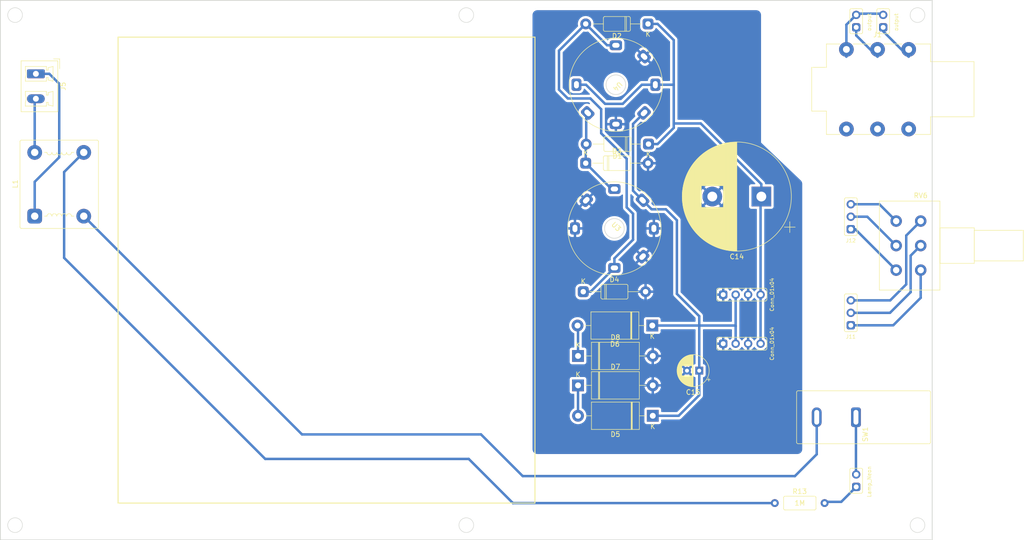
<source format=kicad_pcb>
(kicad_pcb (version 20211014) (generator pcbnew)
  (layers (0 "F.Cu" signal) (31 "B.Cu" signal) (34 "B.Paste" user) (35 "F.Paste" user) (36 "B.SilkS" user "B.Silkscreen") (37 "F.SilkS" user "F.Silkscreen") (38 "B.Mask" user) (39 "F.Mask" user) (44 "Edge.Cuts" user))
  (net 0 "")
  (net 1 "GND")
  (net 2 "240V")
  (net 3 "+6V")
  (net 4 "240_2")
  (net 5 "240_1")
  (net 6 "Net-(D5-Pad2)")
  (net 7 "Net-(D6-Pad2)")
  (net 8 "Net-(J5-Pad1)")
  (net 9 "Net-(J5-Pad2)")
  (net 10 "Net-(T2-Pad2)")
  (net 11 "Net-(NE1-Pad1)")
  (net 12 "Net-(J1-PadR)")
  (net 13 "Net-(J1-PadS)")
  (net 14 "Net-(L1-Pad2)")
  (net 15 "Net-(NE1-Pad2)")
  (net 16 "Net-(J11-Pad1)")
  (net 17 "Net-(J11-Pad2)")
  (net 18 "Net-(J11-Pad3)")
  (net 19 "Net-(J12-Pad1)")
  (net 20 "Net-(J12-Pad2)")
  (net 21 "Net-(J12-Pad3)")
  (footprint "spdf1626_lib:7-pin_tube_socket" (layer "F.Cu") (at 175.2 66.5 -45)
    (fp_text reference "U3" (at 0 -0.5 -45 unlocked) (layer "F.SilkS"))
    (fp_text value "6H2P")
    (fp_circle (center 0 0) (end 2 0) (layer "Edge.Cuts") (width 0.12) (fill none))
    (pad "1" thru_hole roundrect (at 5.6875 5.6875) (size 2.5 2) (drill oval 1.5 1) (layers *.Cu *.Mask) (net 5 "240_1"))
    (pad "2" thru_hole roundrect (at 8.125 0 45) (size 2.5 2) (drill oval 1.5 1) (layers *.Cu *.Mask) (net 1 "GND"))
    (pad "3" thru_hole roundrect (at 5.6875 -5.6875 90) (size 2.5 2) (drill oval 1.5 1) (layers *.Cu *.Mask) (net 1 "GND"))
    (pad "4" thru_hole roundrect (at 0 -8.125 315) (size 2.5 2) (drill oval 1.5 1) (layers *.Cu *.Mask) (net 3 "+6V"))
    (pad "5" thru_hole roundrect (at -5.6875 -5.6875) (size 2.5 2) (drill oval 1.5 1) (layers *.Cu *.Mask) (net 4 "240_2"))
    (pad "6" thru_hole roundrect (at -8.125 0 45) (size 2.5 2) (drill oval 1.5 1) (layers *.Cu *.Mask) (net 1 "GND"))
    (pad "7" thru_hole roundrect (at -5.6875 5.6875 90) (size 2.5 2) (drill oval 1.5 1) (layers *.Cu *.Mask) (net 1 "GND"))
  )
  (footprint "Potentiometer_THT:Potentiometer_Alps_RK163_Dual_Horizontal" (layer "F.Cu") (at 237.65 75)
    (fp_text reference "RV6" (at 0 -15.2) (layer "F.SilkS"))
    (fp_text value "R_Potentiometer_Dual")
    (pad "1" thru_hole circle (at 0 0) (size 2.34 2.34) (drill 1.3) (layers *.Cu *.Mask) (net 16 "Net-(J11-Pad1)"))
    (pad "2" thru_hole circle (at 0 -5) (size 2.34 2.34) (drill 1.3) (layers *.Cu *.Mask) (net 17 "Net-(J11-Pad2)"))
    (pad "3" thru_hole circle (at 0 -10) (size 2.34 2.34) (drill 1.3) (layers *.Cu *.Mask) (net 18 "Net-(J11-Pad3)"))
    (pad "4" thru_hole circle (at -5 0) (size 2.34 2.34) (drill 1.3) (layers *.Cu *.Mask) (net 19 "Net-(J12-Pad1)"))
    (pad "5" thru_hole circle (at -5 -5) (size 2.34 2.34) (drill 1.3) (layers *.Cu *.Mask) (net 20 "Net-(J12-Pad2)"))
    (pad "6" thru_hole circle (at -5 -10) (size 2.34 2.34) (drill 1.3) (layers *.Cu *.Mask) (net 21 "Net-(J12-Pad3)"))
  )
  (footprint "Diode_THT:D_DO-27_P15.24mm_Horizontal" (layer "F.Cu") (at 167.78 92.5)
    (fp_text reference "D8" (at 7.62 -3.785) (layer "F.SilkS"))
    (fp_text value "10A10")
    (fp_text user "K" (at 0 -2.2) (layer "F.SilkS"))
    (pad "1" thru_hole rect (at 0 0) (size 2.4 2.4) (drill 1.2) (layers *.Cu *.Mask) (net 7 "Net-(D6-Pad2)"))
    (pad "2" thru_hole oval (at 15.24 0) (size 2.4 2.4) (drill 1.2) (layers *.Cu *.Mask) (net 1 "GND"))
  )
  (footprint "spdf1626_lib:R_THT_025W" (layer "F.Cu") (at 207.9 122.5)
    (fp_text reference "R13" (at 5.08 -2.37) (layer "F.SilkS"))
    (fp_text value "1M" (at 5.1 0) (layer "F.SilkS"))
    (pad "1" thru_hole circle (at 0 0) (size 1.6 1.6) (drill 0.8) (layers *.Cu *.Mask) (net 10 "Net-(T2-Pad2)"))
    (pad "2" thru_hole oval (at 10.16 0) (size 1.6 1.6) (drill 0.8) (layers *.Cu *.Mask) (net 11 "Net-(NE1-Pad1)"))
  )
  (footprint "Capacitor_THT:CP_Radial_D6.3mm_P2.50mm" (layer "F.Cu") (at 192.5 95.5 180)
    (fp_text reference "C15" (at 1.25 -4.4) (layer "F.SilkS"))
    (fp_text value "100uF_10V")
    (pad "1" thru_hole rect (at 0 0 180) (size 1.6 1.6) (drill 0.8) (layers *.Cu *.Mask) (net 3 "+6V"))
    (pad "2" thru_hole circle (at 2.5 0 180) (size 1.6 1.6) (drill 0.8) (layers *.Cu *.Mask) (net 1 "GND"))
  )
  (footprint "Diode_THT:D_DO-27_P15.24mm_Horizontal" (layer "F.Cu") (at 167.78 98.5)
    (fp_text reference "D7" (at 7.62 -3.785) (layer "F.SilkS"))
    (fp_text value "10A10")
    (fp_text user "K" (at 0 -2.2) (layer "F.SilkS"))
    (pad "1" thru_hole rect (at 0 0) (size 2.4 2.4) (drill 1.2) (layers *.Cu *.Mask) (net 6 "Net-(D5-Pad2)"))
    (pad "2" thru_hole oval (at 15.24 0) (size 2.4 2.4) (drill 1.2) (layers *.Cu *.Mask) (net 1 "GND"))
  )
  (footprint "Capacitor_THT:CP_Radial_D22.0mm_P10.00mm_SnapIn" (layer "F.Cu") (at 205.157832 60 180)
    (fp_text reference "C14" (at 5 -12.25) (layer "F.SilkS"))
    (fp_text value "100uF")
    (pad "1" thru_hole rect (at 0 0 180) (size 4 4) (drill 2) (layers *.Cu *.Mask) (net 2 "240V"))
    (pad "2" thru_hole circle (at 10 0 180) (size 4 4) (drill 2) (layers *.Cu *.Mask) (net 1 "GND"))
  )
  (footprint "spdf1626_lib:PinHeader_1x03_P2.54mm" (layer "F.Cu") (at 223.4 66.65 180)
    (fp_text reference "J12" (at 0 -2.33) (layer "F.SilkS") (effects (font (size 0.75 0.75) (thickness 0.12))))
    (fp_text value "Conn_01x03")
    (pad "1" thru_hole roundrect (at 0 0 180) (size 1.7 1.7) (drill 1) (layers *.Cu *.Mask) (net 19 "Net-(J12-Pad1)"))
    (pad "2" thru_hole oval (at 0 2.54 180) (size 1.7 1.7) (drill 1) (layers *.Cu *.Mask) (net 20 "Net-(J12-Pad2)"))
    (pad "3" thru_hole oval (at 0 5.08 180) (size 1.7 1.7) (drill 1) (layers *.Cu *.Mask) (net 21 "Net-(J12-Pad3)"))
  )
  (footprint "spdf1626_lib:7-pin_tube_socket" (layer "F.Cu") (at 175.5 37.2 -135)
    (fp_text reference "U4" (at 0 -0.5 -135 unlocked) (layer "F.SilkS"))
    (fp_text value "6H2P")
    (fp_circle (center 0 0) (end 2 0) (layer "Edge.Cuts") (width 0.12) (fill none))
    (pad "1" thru_hole roundrect (at 5.6875 5.6875 270) (size 2.5 2) (drill oval 1.5 1) (layers *.Cu *.Mask) (net 2 "240V"))
    (pad "2" thru_hole roundrect (at 8.125 0 315) (size 2.5 2) (drill oval 1.5 1) (layers *.Cu *.Mask) (net 4 "240_2"))
    (pad "3" thru_hole roundrect (at 5.6875 -5.6875) (size 2.5 2) (drill oval 1.5 1) (layers *.Cu *.Mask) (net 1 "GND"))
    (pad "4" thru_hole roundrect (at 0 -8.125 225) (size 2.5 2) (drill oval 1.5 1) (layers *.Cu *.Mask) (net 3 "+6V"))
    (pad "5" thru_hole roundrect (at -5.6875 -5.6875 270) (size 2.5 2) (drill oval 1.5 1) (layers *.Cu *.Mask) (net 2 "240V"))
    (pad "6" thru_hole roundrect (at -8.125 0 315) (size 2.5 2) (drill oval 1.5 1) (layers *.Cu *.Mask) (net 1 "GND"))
    (pad "7" thru_hole roundrect (at -5.6875 5.6875) (size 2.5 2) (drill oval 1.5 1) (layers *.Cu *.Mask) (net 5 "240_1"))
  )
  (footprint "spdf1626_lib:L_THT_PLA10" (layer "F.Cu") (at 62 57.5 90)
    (fp_text reference "L1" (at 0.072 -8.95 90) (layer "F.SilkS"))
    (fp_text value "L_Coupled")
    (pad "1" thru_hole roundrect (at -6.5 -5 90) (size 3 3) (drill 1.5) (layers *.Cu *.Mask) (net 8 "Net-(J5-Pad1)"))
    (pad "2" thru_hole circle (at -6.5 5 90) (size 3 3) (drill 1.5) (layers *.Cu *.Mask) (net 14 "Net-(L1-Pad2)"))
    (pad "3" thru_hole circle (at 6.5 5 90) (size 3 3) (drill 1.5) (layers *.Cu *.Mask) (net 10 "Net-(T2-Pad2)"))
    (pad "4" thru_hole circle (at 6.5 -5 90) (size 3 3) (drill 1.5) (layers *.Cu *.Mask) (net 9 "Net-(J5-Pad2)"))
  )
  (footprint "Connector_Phoenix_MC_HighVoltage:PhoenixContact_MCV_1,5_2-G-5.08_1x02_P5.08mm_Vertical" (layer "F.Cu") (at 57.2425 34.9775 -90)
    (fp_text reference "J5" (at 2.54 -5.55 90) (layer "F.SilkS"))
    (fp_text value "220V")
    (pad "1" thru_hole roundrect (at 0 0 270) (size 1.8 3.6) (drill 1.2) (layers *.Cu *.Mask) (roundrect_rratio 0.138889) (net 8 "Net-(J5-Pad1)"))
    (pad "2" thru_hole oval (at 5.08 0 270) (size 1.8 3.6) (drill 1.2) (layers *.Cu *.Mask) (net 9 "Net-(J5-Pad2)"))
  )
  (footprint "spdf1626_lib:PinHeader_1x04_P2.54mm" (layer "F.Cu") (at 197.38 80 90)
    (fp_text reference "J3")
    (fp_text value "Conn_01x04" (at 0 9.95 90) (layer "F.SilkS") (effects (font (size 0.75 0.75) (thickness 0.12))))
    (pad "1" thru_hole roundrect (at 0 0 90) (size 1.7 1.7) (drill 1) (layers *.Cu *.Mask) (net 1 "GND"))
    (pad "2" thru_hole oval (at 0 2.54 90) (size 1.7 1.7) (drill 1) (layers *.Cu *.Mask) (net 3 "+6V"))
    (pad "3" thru_hole oval (at 0 5.08 90) (size 1.7 1.7) (drill 1) (layers *.Cu *.Mask) (net 1 "GND"))
    (pad "4" thru_hole oval (at 0 7.62 90) (size 1.7 1.7) (drill 1) (layers *.Cu *.Mask) (net 2 "240V"))
  )
  (footprint "spdf1626_lib:D_DO-41" (layer "F.Cu") (at 169.35 53.2)
    (fp_text reference "D3" (at 6.35 -2.47) (layer "F.SilkS"))
    (fp_text value "1n4007")
    (fp_text user "K" (at 0 -2.1) (layer "F.SilkS"))
    (pad "1" thru_hole roundrect (at 0 0) (size 2.2 2.2) (drill 1.1) (layers *.Cu *.Mask) (net 4 "240_2"))
    (pad "2" thru_hole oval (at 12.7 0) (size 2.2 2.2) (drill 1.1) (layers *.Cu *.Mask) (net 1 "GND"))
  )
  (footprint "spdf1626_lib:D_DO-41" (layer "F.Cu") (at 182.15 49.3 180)
    (fp_text reference "D1" (at 6.35 -2.47) (layer "F.SilkS"))
    (fp_text value "1n4007")
    (fp_text user "K" (at 0 -2.1) (layer "F.SilkS"))
    (pad "1" thru_hole roundrect (at 0 0 180) (size 2.2 2.2) (drill 1.1) (layers *.Cu *.Mask) (net 2 "240V"))
    (pad "2" thru_hole oval (at 12.7 0 180) (size 2.2 2.2) (drill 1.1) (layers *.Cu *.Mask) (net 4 "240_2"))
  )
  (footprint "spdf1626_lib:PinHeader_1x02_P2.54mm" (layer "F.Cu") (at 224.5 25.5 180)
    (fp_text reference "J10" hide)
    (fp_text value "output" (at -2.66 1.05 90) (layer "F.SilkS") (effects (font (size 0.75 0.75) (thickness 0.12))))
    (pad "1" thru_hole roundrect (at 0 0 180) (size 1.7 1.7) (drill 1) (layers *.Cu *.Mask) (net 12 "Net-(J1-PadR)"))
    (pad "2" thru_hole oval (at 0 2.54 180) (size 1.7 1.7) (drill 1) (layers *.Cu *.Mask) (net 1 "GND"))
  )
  (footprint "spdf1626_lib:D_DO-41" (layer "F.Cu") (at 168.85 79.4)
    (fp_text reference "D4" (at 6.35 -2.47) (layer "F.SilkS"))
    (fp_text value "1n4007")
    (fp_text user "K" (at 0 -2.1) (layer "F.SilkS"))
    (pad "1" thru_hole roundrect (at 0 0) (size 2.2 2.2) (drill 1.1) (layers *.Cu *.Mask) (net 5 "240_1"))
    (pad "2" thru_hole oval (at 12.7 0) (size 2.2 2.2) (drill 1.1) (layers *.Cu *.Mask) (net 1 "GND"))
  )
  (footprint "Button_Switch_THT:SW_Push_1P2T_Vertical_E-Switch_800UDP8P1A1M6" (layer "F.Cu") (at 224.449999 105 -90)
    (fp_text reference "SW1" (at 3.48 -1.91 90) (layer "F.SilkS"))
    (fp_text value "SW_Push")
    (pad "1" thru_hole roundrect (at 0 0 90) (size 4 2) (drill oval 3 1) (layers *.Cu *.Mask) (net 15 "Net-(NE1-Pad2)"))
    (pad "2" thru_hole oval (at 0 8 90) (size 4 2) (drill oval 3 1) (layers *.Cu *.Mask) (net 14 "Net-(L1-Pad2)"))
  )
  (footprint "spdf1626_lib:PinHeader_1x02_P2.54mm" (layer "F.Cu") (at 230 25.5 180)
    (fp_text reference "J9" hide)
    (fp_text value "output" (at -2.66 1.05 90) (layer "F.SilkS") (effects (font (size 0.75 0.75) (thickness 0.12))))
    (pad "1" thru_hole roundrect (at 0 0 180) (size 1.7 1.7) (drill 1) (layers *.Cu *.Mask) (net 13 "Net-(J1-PadS)"))
    (pad "2" thru_hole oval (at 0 2.54 180) (size 1.7 1.7) (drill 1) (layers *.Cu *.Mask) (net 1 "GND"))
  )
  (footprint "Diode_THT:D_DO-27_P15.24mm_Horizontal" (layer "F.Cu") (at 182.92 86.3 180)
    (fp_text reference "D6" (at 7.62 -3.785) (layer "F.SilkS"))
    (fp_text value "10A10")
    (fp_text user "K" (at 0 -2.2) (layer "F.SilkS"))
    (pad "1" thru_hole rect (at 0 0 180) (size 2.4 2.4) (drill 1.2) (layers *.Cu *.Mask) (net 3 "+6V"))
    (pad "2" thru_hole oval (at 15.24 0 180) (size 2.4 2.4) (drill 1.2) (layers *.Cu *.Mask) (net 7 "Net-(D6-Pad2)"))
  )
  (footprint "Connector_Audio:Jack_6.35mm_Neutrik_NMJ6HHD2_Horizontal" (layer "F.Cu") (at 222.5 30)
    (fp_text reference "J1" (at 6.35 -3) (layer "F.SilkS"))
    (fp_text value "AudioJack3")
    (pad "R" thru_hole circle (at 6.35 0) (size 3 3) (drill 1.4) (layers *.Cu *.Mask) (net 12 "Net-(J1-PadR)"))
    (pad "RN" thru_hole circle (at 6.35 16.23) (size 3 3) (drill 1.4) (layers *.Cu *.Mask))
    (pad "S" thru_hole circle (at 12.7 0) (size 3 3) (drill 1.4) (layers *.Cu *.Mask) (net 13 "Net-(J1-PadS)"))
    (pad "SN" thru_hole circle (at 12.7 16.23) (size 3 3) (drill 1.4) (layers *.Cu *.Mask))
    (pad "T" thru_hole circle (at 0 0) (size 3 3) (drill 1.4) (layers *.Cu *.Mask) (net 1 "GND"))
    (pad "TN" thru_hole circle (at 0 16.23) (size 3 3) (drill 1.4) (layers *.Cu *.Mask))
  )
  (footprint "spdf1626_lib:PinHeader_1x02_P2.54mm" (layer "F.Cu") (at 224.5 119.2 180)
    (fp_text reference "NE1" hide)
    (fp_text value "Lamp_Neon" (at -2.66 1.05 90) (layer "F.SilkS") (effects (font (size 0.75 0.75) (thickness 0.12))))
    (pad "1" thru_hole roundrect (at 0 0 180) (size 1.7 1.7) (drill 1) (layers *.Cu *.Mask) (net 11 "Net-(NE1-Pad1)"))
    (pad "2" thru_hole oval (at 0 2.54 180) (size 1.7 1.7) (drill 1) (layers *.Cu *.Mask) (net 15 "Net-(NE1-Pad2)"))
  )
  (footprint "spdf1626_lib:D_DO-41" (layer "F.Cu") (at 182.05 24.8 180)
    (fp_text reference "D2" (at 6.35 -2.47) (layer "F.SilkS"))
    (fp_text value "1n4007")
    (fp_text user "K" (at 0 -2.1) (layer "F.SilkS"))
    (pad "1" thru_hole roundrect (at 0 0 180) (size 2.2 2.2) (drill 1.1) (layers *.Cu *.Mask) (net 2 "240V"))
    (pad "2" thru_hole oval (at 12.7 0 180) (size 2.2 2.2) (drill 1.1) (layers *.Cu *.Mask) (net 5 "240_1"))
  )
  (footprint "Diode_THT:D_DO-27_P15.24mm_Horizontal" (layer "F.Cu") (at 183.02 104.7 180)
    (fp_text reference "D5" (at 7.62 -3.785) (layer "F.SilkS"))
    (fp_text value "10A10")
    (fp_text user "K" (at 0 -2.2) (layer "F.SilkS"))
    (pad "1" thru_hole rect (at 0 0 180) (size 2.4 2.4) (drill 1.2) (layers *.Cu *.Mask) (net 3 "+6V"))
    (pad "2" thru_hole oval (at 15.24 0 180) (size 2.4 2.4) (drill 1.2) (layers *.Cu *.Mask) (net 6 "Net-(D5-Pad2)"))
  )
  (footprint "spdf1626_lib:PinHeader_1x03_P2.54mm" (layer "F.Cu") (at 223.4 86.25 180)
    (fp_text reference "J11" (at 0 -2.33) (layer "F.SilkS") (effects (font (size 0.75 0.75) (thickness 0.12))))
    (fp_text value "Conn_01x03")
    (pad "1" thru_hole roundrect (at 0 0 180) (size 1.7 1.7) (drill 1) (layers *.Cu *.Mask) (net 16 "Net-(J11-Pad1)"))
    (pad "2" thru_hole oval (at 0 2.54 180) (size 1.7 1.7) (drill 1) (layers *.Cu *.Mask) (net 17 "Net-(J11-Pad2)"))
    (pad "3" thru_hole oval (at 0 5.08 180) (size 1.7 1.7) (drill 1) (layers *.Cu *.Mask) (net 18 "Net-(J11-Pad3)"))
  )
  (footprint "spdf1626_lib:PinHeader_1x04_P2.54mm" (layer "F.Cu") (at 197.38 90 90)
    (fp_text reference "J7")
    (fp_text value "Conn_01x04" (at 0 9.95 90) (layer "F.SilkS") (effects (font (size 0.75 0.75) (thickness 0.12))))
    (pad "1" thru_hole roundrect (at 0 0 90) (size 1.7 1.7) (drill 1) (layers *.Cu *.Mask) (net 1 "GND"))
    (pad "2" thru_hole oval (at 0 2.54 90) (size 1.7 1.7) (drill 1) (layers *.Cu *.Mask) (net 3 "+6V"))
    (pad "3" thru_hole oval (at 0 5.08 90) (size 1.7 1.7) (drill 1) (layers *.Cu *.Mask) (net 1 "GND"))
    (pad "4" thru_hole oval (at 0 7.62 90) (size 1.7 1.7) (drill 1) (layers *.Cu *.Mask) (net 2 "240V"))
  )
  (gr_line (start 74 27.5) (end 159 27.5) (layer "F.SilkS") (width 0.2))
  (gr_line (start 159 27.5) (end 159 122.5) (layer "F.SilkS") (width 0.2))
  (gr_line (start 159 122.5) (end 74 122.5) (layer "F.SilkS") (width 0.2))
  (gr_line (start 74 27.5) (end 74 122.5) (layer "F.SilkS") (width 0.2))
  (gr_line (start 50 130) (end 50 20) (layer "Edge.Cuts") (width 0.15))
  (gr_circle (center 145 23) (end 145 21.5) (layer "Edge.Cuts") (width 0.1) (fill none))
  (gr_circle (center 53 23) (end 53 21.5) (layer "Edge.Cuts") (width 0.1) (fill none))
  (gr_line (start 240 20) (end 240 130) (layer "Edge.Cuts") (width 0.15))
  (gr_line (start 240 130) (end 50 130) (layer "Edge.Cuts") (width 0.15))
  (gr_circle (center 145 127) (end 145 128.5) (layer "Edge.Cuts") (width 0.1) (fill none))
  (gr_circle (center 237 23) (end 237 21.5) (layer "Edge.Cuts") (width 0.1) (fill none))
  (gr_circle (center 237 127) (end 237 128.5) (layer "Edge.Cuts") (width 0.1) (fill none))
  (gr_line (start 50 20) (end 240 20) (layer "Edge.Cuts") (width 0.15))
  (gr_circle (center 53 127) (end 53 128.5) (layer "Edge.Cuts") (width 0.1) (fill none))
  (segment (start 229.749999 22.709999) (end 224.750001 22.709999) (width 0.5) (layer "B.Cu") (net 1))
  (segment (start 230 22.96) (end 229.749999 22.709999) (width 0.5) (layer "B.Cu") (net 1))
  (segment (start 222.5 24.96) (end 222.5 31.5) (width 0.5) (layer "B.Cu") (net 1))
  (segment (start 224.5 22.96) (end 222.5 24.96) (width 0.5) (layer "B.Cu") (net 1))
  (segment (start 183.02 98.5) (end 183.02 92.5) (width 0.5) (layer "B.Cu") (net 1))
  (segment (start 224.750001 22.709999) (end 224.5 22.96) (width 0.5) (layer "B.Cu") (net 1))
  (segment (start 187.3 46) (end 187.3 45.1) (width 0.5) (layer "B.Cu") (net 2))
  (segment (start 205 80) (end 205 60.157832) (width 0.5) (layer "B.Cu") (net 2))
  (segment (start 169.4 37.2) (end 173.3 41.1) (width 0.5) (layer "B.Cu") (net 2))
  (segment (start 184 49.3) (end 187.3 46) (width 0.5) (layer "B.Cu") (net 2))
  (segment (start 173.3 41.1) (end 176.9 41.1) (width 0.5) (layer "B.Cu") (net 2))
  (segment (start 205 90) (end 205 80) (width 0.5) (layer "B.Cu") (net 2))
  (segment (start 167.45666 37.2) (end 169.4 37.2) (width 0.5) (layer "B.Cu") (net 2))
  (segment (start 176.9 41.1) (end 180.8 37.2) (width 0.5) (layer "B.Cu") (net 2))
  (segment (start 187.3 37.2) (end 187.3 28.1) (width 0.5) (layer "B.Cu") (net 2))
  (segment (start 182.15 49.3) (end 184 49.3) (width 0.5) (layer "B.Cu") (net 2))
  (segment (start 205 60.157832) (end 205.157832 60) (width 0.5) (layer "B.Cu") (net 2))
  (segment (start 187.3 45.1) (end 187.3 37.2) (width 0.5) (layer "B.Cu") (net 2))
  (segment (start 184 24.8) (end 182.05 24.8) (width 0.5) (layer "B.Cu") (net 2))
  (segment (start 192.8 45.1) (end 187.3 45.1) (width 0.5) (layer "B.Cu") (net 2))
  (segment (start 187.3 28.1) (end 184 24.8) (width 0.5) (layer "B.Cu") (net 2))
  (segment (start 183.54334 37.2) (end 187.3 37.2) (width 0.5) (layer "B.Cu") (net 2))
  (segment (start 180.8 37.2) (end 183.54334 37.2) (width 0.5) (layer "B.Cu") (net 2))
  (segment (start 205.157832 60) (end 205.157832 57.457832) (width 0.5) (layer "B.Cu") (net 2))
  (segment (start 205.157832 57.457832) (end 192.8 45.1) (width 0.5) (layer "B.Cu") (net 2))
  (segment (start 199.92 86.42) (end 199.92 90) (width 0.5) (layer "B.Cu") (net 3))
  (segment (start 188.3 104.7) (end 192.5 100.5) (width 0.5) (layer "B.Cu") (net 3))
  (segment (start 180.945243 60.754757) (end 182.790486 62.6) (width 0.5) (layer "B.Cu") (net 3))
  (segment (start 192.5 86.3) (end 192.5 95.5) (width 0.5) (layer "B.Cu") (net 3))
  (segment (start 187.94 64.84) (end 187.94 79.84) (width 0.5) (layer "B.Cu") (net 3))
  (segment (start 192.5 100.5) (end 192.5 95.5) (width 0.5) (layer "B.Cu") (net 3))
  (segment (start 182.790486 62.6) (end 185.7 62.6) (width 0.5) (layer "B.Cu") (net 3))
  (segment (start 199.92 80) (end 199.92 86.42) (width 0.5) (layer "B.Cu") (net 3))
  (segment (start 179 45.190486) (end 179 58.809514) (width 0.5) (layer "B.Cu") (net 3))
  (segment (start 199.8 86.3) (end 199.92 86.42) (width 0.5) (layer "B.Cu") (net 3))
  (segment (start 183.02 104.7) (end 188.3 104.7) (width 0.5) (layer "B.Cu") (net 3))
  (segment (start 179 58.809514) (end 180.945243 60.754757) (width 0.5) (layer "B.Cu") (net 3))
  (segment (start 181.245243 42.945243) (end 179 45.190486) (width 0.5) (layer "B.Cu") (net 3))
  (segment (start 192.5 86.3) (end 199.8 86.3) (width 0.5) (layer "B.Cu") (net 3))
  (segment (start 192.5 84.4) (end 192.5 86.3) (width 0.5) (layer "B.Cu") (net 3))
  (segment (start 187.94 79.84) (end 192.5 84.4) (width 0.5) (layer "B.Cu") (net 3))
  (segment (start 185.7 62.6) (end 187.94 64.84) (width 0.5) (layer "B.Cu") (net 3))
  (segment (start 182.92 86.3) (end 192.5 86.3) (width 0.5) (layer "B.Cu") (net 3))
  (segment (start 169.45 43.25) (end 169.754757 42.945243) (width 0.5) (layer "B.Cu") (net 4))
  (segment (start 169.45 49.3) (end 169.45 43.25) (width 0.5) (layer "B.Cu") (net 4))
  (segment (start 169.35 53.2) (end 169.35 49.4) (width 0.5) (layer "B.Cu") (net 4))
  (segment (start 175.2 58.45666) (end 174.60666 58.45666) (width 0.5) (layer "B.Cu") (net 4))
  (segment (start 174.60666 58.45666) (end 169.35 53.2) (width 0.5) (layer "B.Cu") (net 4))
  (segment (start 169.35 49.4) (end 169.45 49.3) (width 0.5) (layer "B.Cu") (net 4))
  (segment (start 168.85 79.4) (end 170.34334 79.4) (width 0.5) (layer "B.Cu") (net 5))
  (segment (start 175.2 74.54334) (end 175.2 72.6) (width 0.5) (layer "B.Cu") (net 5))
  (segment (start 170.34334 79.4) (end 175.2 74.54334) (width 0.5) (layer "B.Cu") (net 5))
  (segment (start 172.5 42.2) (end 170.3 40) (width 0.5) (layer "B.Cu") (net 5))
  (segment (start 179 68.8) (end 179 63.5) (width 0.5) (layer "B.Cu") (net 5))
  (segment (start 163.9 38.2) (end 163.9 30.25) (width 0.5) (layer "B.Cu") (net 5))
  (segment (start 175.2 72.6) (end 179 68.8) (width 0.5) (layer "B.Cu") (net 5))
  (segment (start 170.3 40) (end 165.7 40) (width 0.5) (layer "B.Cu") (net 5))
  (segment (start 177.7 62.2) (end 177.7 52.3) (width 0.5) (layer "B.Cu") (net 5))
  (segment (start 173.70666 29.15666) (end 169.35 24.8) (width 0.5) (layer "B.Cu") (net 5))
  (segment (start 179 63.5) (end 177.7 62.2) (width 0.5) (layer "B.Cu") (net 5))
  (segment (start 165.7 40) (end 163.9 38.2) (width 0.5) (layer "B.Cu") (net 5))
  (segment (start 177.7 52.3) (end 172.5 47.1) (width 0.5) (layer "B.Cu") (net 5))
  (segment (start 175.5 29.15666) (end 173.70666 29.15666) (width 0.5) (layer "B.Cu") (net 5))
  (segment (start 172.5 47.1) (end 172.5 42.2) (width 0.5) (layer "B.Cu") (net 5))
  (segment (start 163.9 30.25) (end 169.35 24.8) (width 0.5) (layer "B.Cu") (net 5))
  (segment (start 167.78 98.5) (end 167.78 104.7) (width 0.5) (layer "B.Cu") (net 6))
  (segment (start 167.78 86.4) (end 167.68 86.3) (width 0.5) (layer "B.Cu") (net 7))
  (segment (start 167.78 92.5) (end 167.78 86.4) (width 0.5) (layer "B.Cu") (net 7))
  (segment (start 57 64) (end 57 57) (width 0.5) (layer "B.Cu") (net 8))
  (segment (start 57 57) (end 62 52) (width 0.5) (layer "B.Cu") (net 8))
  (segment (start 62 52) (end 62 37) (width 0.5) (layer "B.Cu") (net 8))
  (segment (start 62 37) (end 59.9775 34.9775) (width 0.5) (layer "B.Cu") (net 8))
  (segment (start 59.9775 34.9775) (end 57.2425 34.9775) (width 0.5) (layer "B.Cu") (net 8))
  (segment (start 57 51) (end 57 40.3) (width 0.5) (layer "B.Cu") (net 9))
  (segment (start 57 40.3) (end 57.2425 40.0575) (width 0.5) (layer "B.Cu") (net 9))
  (segment (start 207.9 122.5) (end 154.5 122.5) (width 0.5) (layer "B.Cu") (net 10))
  (segment (start 63 55) (end 67 51) (width 0.5) (layer "B.Cu") (net 10))
  (segment (start 63 72.5) (end 63 55) (width 0.5) (layer "B.Cu") (net 10))
  (segment (start 104 113.5) (end 63 72.5) (width 0.5) (layer "B.Cu") (net 10))
  (segment (start 154.5 122.5) (end 145.5 113.5) (width 0.5) (layer "B.Cu") (net 10))
  (segment (start 145.5 113.5) (end 104 113.5) (width 0.5) (layer "B.Cu") (net 10))
  (segment (start 224.5 119.2) (end 221.450001 122.249999) (width 0.5) (layer "B.Cu") (net 11))
  (segment (start 221.450001 122.249999) (end 218.310001 122.249999) (width 0.5) (layer "B.Cu") (net 11))
  (segment (start 218.310001 122.249999) (end 218.06 122.5) (width 0.5) (layer "B.Cu") (net 11))
  (segment (start 224.5 27.15) (end 228.85 31.5) (width 0.5) (layer "B.Cu") (net 12))
  (segment (start 224.5 25.5) (end 224.5 27.15) (width 0.5) (layer "B.Cu") (net 12))
  (segment (start 230 25.5) (end 230 26.3) (width 0.5) (layer "B.Cu") (net 13))
  (segment (start 230 26.3) (end 235.2 31.5) (width 0.5) (layer "B.Cu") (net 13))
  (segment (start 216.449999 112.550001) (end 212 117) (width 0.5) (layer "B.Cu") (net 14))
  (segment (start 212 117) (end 156.5 117) (width 0.5) (layer "B.Cu") (net 14))
  (segment (start 216.449999 104) (end 216.449999 112.550001) (width 0.5) (layer "B.Cu") (net 14))
  (segment (start 111.5 108.5) (end 67 64) (width 0.5) (layer "B.Cu") (net 14))
  (segment (start 156.5 117) (end 148 108.5) (width 0.5) (layer "B.Cu") (net 14))
  (segment (start 148 108.5) (end 111.5 108.5) (width 0.5) (layer "B.Cu") (net 14))
  (segment (start 224.449999 116.609999) (end 224.449999 104) (width 0.5) (layer "B.Cu") (net 15))
  (segment (start 224.5 116.66) (end 224.449999 116.609999) (width 0.5) (layer "B.Cu") (net 15))
  (segment (start 237.65 80.65) (end 237.65 75) (width 0.5) (layer "B.Cu") (net 16))
  (segment (start 223.4 86.25) (end 232.05 86.25) (width 0.5) (layer "B.Cu") (net 16))
  (segment (start 232.05 86.25) (end 237.65 80.65) (width 0.5) (layer "B.Cu") (net 16))
  (segment (start 235.6 72.05) (end 237.65 70) (width 0.5) (layer "B.Cu") (net 17))
  (segment (start 231.39 83.71) (end 235.6 79.5) (width 0.5) (layer "B.Cu") (net 17))
  (segment (start 235.6 79.5) (end 235.6 72.05) (width 0.5) (layer "B.Cu") (net 17))
  (segment (start 223.4 83.71) (end 231.39 83.71) (width 0.5) (layer "B.Cu") (net 17))
  (segment (start 231.43 81.17) (end 234.7 77.9) (width 0.5) (layer "B.Cu") (net 18))
  (segment (start 234.7 77.9) (end 234.7 67.95) (width 0.5) (layer "B.Cu") (net 18))
  (segment (start 223.4 81.17) (end 231.43 81.17) (width 0.5) (layer "B.Cu") (net 18))
  (segment (start 234.7 67.95) (end 237.65 65) (width 0.5) (layer "B.Cu") (net 18))
  (segment (start 223.4 66.65) (end 224.3 66.65) (width 0.5) (layer "B.Cu") (net 19))
  (segment (start 224.3 66.65) (end 232.65 75) (width 0.5) (layer "B.Cu") (net 19))
  (segment (start 226.76 64.11) (end 232.65 70) (width 0.5) (layer "B.Cu") (net 20))
  (segment (start 223.4 64.11) (end 226.76 64.11) (width 0.5) (layer "B.Cu") (net 20))
  (segment (start 223.4 61.57) (end 229.22 61.57) (width 0.5) (layer "B.Cu") (net 21))
  (segment (start 229.22 61.57) (end 232.65 65) (width 0.5) (layer "B.Cu") (net 21))
  (zone (net 1) (net_name "GND") (layer "B.Cu") (connect_pads (clearance 0.508)) (min_thickness 0.254) (fill yes (thermal_gap 0.508) (thermal_bridge_width 0.508) (smoothing fillet) (radius 1))
    (polygon (pts (xy 205.1 49) (xy 213.5 57) (xy 213.5 112.5) (xy 158.5 112.5) (xy 158.5 22) (xy 205.1 22)))
  )
)
</source>
